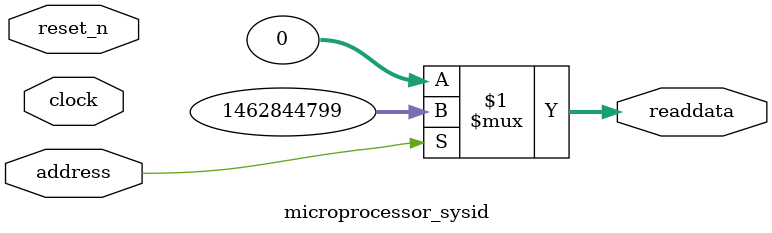
<source format=v>



// synthesis translate_off
`timescale 1ns / 1ps
// synthesis translate_on

// turn off superfluous verilog processor warnings 
// altera message_level Level1 
// altera message_off 10034 10035 10036 10037 10230 10240 10030 

module microprocessor_sysid (
               // inputs:
                address,
                clock,
                reset_n,

               // outputs:
                readdata
             )
;

  output  [ 31: 0] readdata;
  input            address;
  input            clock;
  input            reset_n;

  wire    [ 31: 0] readdata;
  //control_slave, which is an e_avalon_slave
  assign readdata = address ? 1462844799 : 0;

endmodule




</source>
